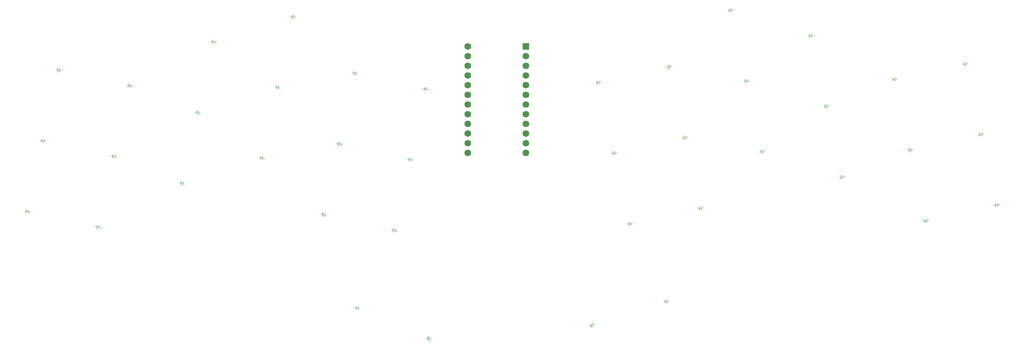
<source format=gbr>
%TF.GenerationSoftware,KiCad,Pcbnew,8.0.7*%
%TF.CreationDate,2025-03-02T16:24:29+01:00*%
%TF.ProjectId,pcb-adjusted,7063622d-6164-46a7-9573-7465642e6b69,v1.0.0*%
%TF.SameCoordinates,Original*%
%TF.FileFunction,Legend,Bot*%
%TF.FilePolarity,Positive*%
%FSLAX46Y46*%
G04 Gerber Fmt 4.6, Leading zero omitted, Abs format (unit mm)*
G04 Created by KiCad (PCBNEW 8.0.7) date 2025-03-02 16:24:29*
%MOMM*%
%LPD*%
G01*
G04 APERTURE LIST*
%ADD10C,0.100000*%
%ADD11R,1.752600X1.752600*%
%ADD12C,1.752600*%
G04 APERTURE END LIST*
D10*
%TO.C,D22*%
X335071900Y-141846672D02*
X335462423Y-141760097D01*
X335462423Y-141760097D02*
X335343379Y-141223134D01*
X335462423Y-141760097D02*
X335581456Y-142297061D01*
X335462423Y-141760097D02*
X335961624Y-141239715D01*
X335961624Y-141239715D02*
X336134775Y-142020751D01*
X336048197Y-141630233D02*
X336536346Y-141522014D01*
X336134775Y-142020751D02*
X335462423Y-141760097D01*
%TO.C,D23*%
X330959543Y-123297044D02*
X331350066Y-123210469D01*
X331350066Y-123210469D02*
X331231022Y-122673506D01*
X331350066Y-123210469D02*
X331469099Y-123747433D01*
X331350066Y-123210469D02*
X331849267Y-122690087D01*
X331849267Y-122690087D02*
X332022418Y-123471123D01*
X331935840Y-123080605D02*
X332423989Y-122972386D01*
X332022418Y-123471123D02*
X331350066Y-123210469D01*
%TO.C,D28*%
X294509627Y-134450646D02*
X294900150Y-134364071D01*
X294900150Y-134364071D02*
X294781106Y-133827108D01*
X294900150Y-134364071D02*
X295019183Y-134901035D01*
X294900150Y-134364071D02*
X295399351Y-133843689D01*
X295399351Y-133843689D02*
X295572502Y-134624725D01*
X295485924Y-134234207D02*
X295974073Y-134125988D01*
X295572502Y-134624725D02*
X294900150Y-134364071D01*
%TO.C,D10*%
X146490983Y-147779088D02*
X146881502Y-147865664D01*
X146881502Y-147865664D02*
X146762460Y-148402626D01*
X146881502Y-147865664D02*
X147000543Y-147328698D01*
X146881502Y-147865664D02*
X147553854Y-147605008D01*
X147380702Y-148386042D02*
X146881502Y-147865664D01*
X147467278Y-147995528D02*
X147955425Y-148103746D01*
X147553854Y-147605008D02*
X147380702Y-148386042D01*
%TO.C,D3*%
X93222947Y-124702775D02*
X93613466Y-124789351D01*
X93613466Y-124789351D02*
X93494424Y-125326313D01*
X93613466Y-124789351D02*
X93732507Y-124252385D01*
X93613466Y-124789351D02*
X94285818Y-124528695D01*
X94112666Y-125309729D02*
X93613466Y-124789351D01*
X94199242Y-124919215D02*
X94687389Y-125027433D01*
X94285818Y-124528695D02*
X94112666Y-125309729D01*
%TO.C,D24*%
X320634624Y-164508643D02*
X321025147Y-164422068D01*
X321025147Y-164422068D02*
X320906103Y-163885105D01*
X321025147Y-164422068D02*
X321144180Y-164959032D01*
X321025147Y-164422068D02*
X321524348Y-163901686D01*
X321524348Y-163901686D02*
X321697499Y-164682722D01*
X321610921Y-164292204D02*
X322099070Y-164183985D01*
X321697499Y-164682722D02*
X321025147Y-164422068D01*
%TO.C,D1*%
X84998246Y-161802016D02*
X85388765Y-161888592D01*
X85388765Y-161888592D02*
X85269723Y-162425554D01*
X85388765Y-161888592D02*
X85507806Y-161351626D01*
X85388765Y-161888592D02*
X86061117Y-161627936D01*
X85887965Y-162408970D02*
X85388765Y-161888592D01*
X85974541Y-162018456D02*
X86462688Y-162126674D01*
X86061117Y-161627936D02*
X85887965Y-162408970D01*
%TO.C,D13*%
X162659772Y-162630698D02*
X163050291Y-162717274D01*
X163050291Y-162717274D02*
X162931249Y-163254236D01*
X163050291Y-162717274D02*
X163169332Y-162180308D01*
X163050291Y-162717274D02*
X163722643Y-162456618D01*
X163549491Y-163237652D02*
X163050291Y-162717274D01*
X163636067Y-162847138D02*
X164124214Y-162955356D01*
X163722643Y-162456618D02*
X163549491Y-163237652D01*
%TO.C,D17*%
X185321747Y-148193428D02*
X185712266Y-148280004D01*
X185712266Y-148280004D02*
X185593224Y-148816966D01*
X185712266Y-148280004D02*
X185831307Y-147743038D01*
X185712266Y-148280004D02*
X186384618Y-148019348D01*
X186211466Y-148800382D02*
X185712266Y-148280004D01*
X186298042Y-148409868D02*
X186786189Y-148518086D01*
X186384618Y-148019348D02*
X186211466Y-148800382D01*
%TO.C,D2*%
X89110592Y-143252403D02*
X89501111Y-143338979D01*
X89501111Y-143338979D02*
X89382069Y-143875941D01*
X89501111Y-143338979D02*
X89620152Y-142802013D01*
X89501111Y-143338979D02*
X90173463Y-143078323D01*
X90000311Y-143859357D02*
X89501111Y-143338979D01*
X90086887Y-143468843D02*
X90575034Y-143577061D01*
X90173463Y-143078323D02*
X90000311Y-143859357D01*
%TO.C,D33*%
X261522713Y-161224967D02*
X261913236Y-161138392D01*
X261913236Y-161138392D02*
X261794192Y-160601429D01*
X261913236Y-161138392D02*
X262032269Y-161675356D01*
X261913236Y-161138392D02*
X262412437Y-160618010D01*
X262412437Y-160618010D02*
X262585588Y-161399046D01*
X262499010Y-161008528D02*
X262987159Y-160900309D01*
X262585588Y-161399046D02*
X261913236Y-161138392D01*
%TO.C,D20*%
X190355111Y-195019723D02*
X190709917Y-195204426D01*
X190709917Y-195204426D02*
X190455952Y-195692278D01*
X190709917Y-195204426D02*
X190963877Y-194716565D01*
X190709917Y-195204426D02*
X191426822Y-195126667D01*
X191057420Y-195836276D02*
X190709917Y-195204426D01*
X191242124Y-195481474D02*
X191685625Y-195712347D01*
X191426822Y-195126667D02*
X191057420Y-195836276D01*
%TO.C,D27*%
X298621972Y-153000266D02*
X299012495Y-152913691D01*
X299012495Y-152913691D02*
X298893451Y-152376728D01*
X299012495Y-152913691D02*
X299131528Y-153450655D01*
X299012495Y-152913691D02*
X299511696Y-152393309D01*
X299511696Y-152393309D02*
X299684847Y-153174345D01*
X299598269Y-152783827D02*
X300086418Y-152675608D01*
X299684847Y-153174345D02*
X299012495Y-152913691D01*
%TO.C,D11*%
X150603338Y-129229459D02*
X150993857Y-129316035D01*
X150993857Y-129316035D02*
X150874815Y-129852997D01*
X150993857Y-129316035D02*
X151112898Y-128779069D01*
X150993857Y-129316035D02*
X151666209Y-129055379D01*
X151493057Y-129836413D02*
X150993857Y-129316035D01*
X151579633Y-129445899D02*
X152067780Y-129554117D01*
X151666209Y-129055379D02*
X151493057Y-129836413D01*
%TO.C,D32*%
X269466809Y-109274114D02*
X269857332Y-109187539D01*
X269857332Y-109187539D02*
X269738288Y-108650576D01*
X269857332Y-109187539D02*
X269976365Y-109724503D01*
X269857332Y-109187539D02*
X270356533Y-108667157D01*
X270356533Y-108667157D02*
X270529684Y-109448193D01*
X270443106Y-109057675D02*
X270931255Y-108949456D01*
X270529684Y-109448193D02*
X269857332Y-109187539D01*
%TO.C,D38*%
X234748391Y-128238066D02*
X235138914Y-128151491D01*
X235138914Y-128151491D02*
X235019870Y-127614528D01*
X235138914Y-128151491D02*
X235257947Y-128688455D01*
X235138914Y-128151491D02*
X235638115Y-127631109D01*
X235638115Y-127631109D02*
X235811266Y-128412145D01*
X235724688Y-128021627D02*
X236212837Y-127913408D01*
X235811266Y-128412145D02*
X235138914Y-128151491D01*
%TO.C,D12*%
X154715683Y-110679838D02*
X155106202Y-110766414D01*
X155106202Y-110766414D02*
X154987160Y-111303376D01*
X155106202Y-110766414D02*
X155225243Y-110229448D01*
X155106202Y-110766414D02*
X155778554Y-110505758D01*
X155605402Y-111286792D02*
X155106202Y-110766414D01*
X155691978Y-110896278D02*
X156180125Y-111004496D01*
X155778554Y-110505758D02*
X155605402Y-111286792D01*
%TO.C,D26*%
X312409916Y-127409399D02*
X312800439Y-127322824D01*
X312800439Y-127322824D02*
X312681395Y-126785861D01*
X312800439Y-127322824D02*
X312919472Y-127859788D01*
X312800439Y-127322824D02*
X313299640Y-126802442D01*
X313299640Y-126802442D02*
X313472791Y-127583478D01*
X313386213Y-127192960D02*
X313874362Y-127084741D01*
X313472791Y-127583478D02*
X312800439Y-127322824D01*
%TO.C,D7*%
X125560520Y-154405987D02*
X125951039Y-154492563D01*
X125951039Y-154492563D02*
X125831997Y-155029525D01*
X125951039Y-154492563D02*
X126070080Y-153955597D01*
X125951039Y-154492563D02*
X126623391Y-154231907D01*
X126450239Y-155012941D02*
X125951039Y-154492563D01*
X126536815Y-154622427D02*
X127024962Y-154730645D01*
X126623391Y-154231907D02*
X126450239Y-155012941D01*
%TO.C,D8*%
X129672879Y-135856368D02*
X130063398Y-135942944D01*
X130063398Y-135942944D02*
X129944356Y-136479906D01*
X130063398Y-135942944D02*
X130182439Y-135405978D01*
X130063398Y-135942944D02*
X130735750Y-135682288D01*
X130562598Y-136463322D02*
X130063398Y-135942944D01*
X130649174Y-136072808D02*
X131137321Y-136181026D01*
X130735750Y-135682288D02*
X130562598Y-136463322D01*
%TO.C,D37*%
X238860748Y-146787703D02*
X239251271Y-146701128D01*
X239251271Y-146701128D02*
X239132227Y-146164165D01*
X239251271Y-146701128D02*
X239370304Y-147238092D01*
X239251271Y-146701128D02*
X239750472Y-146180746D01*
X239750472Y-146180746D02*
X239923623Y-146961782D01*
X239837045Y-146571264D02*
X240325194Y-146463045D01*
X239923623Y-146961782D02*
X239251271Y-146701128D01*
%TO.C,D34*%
X257410366Y-142675341D02*
X257800889Y-142588766D01*
X257800889Y-142588766D02*
X257681845Y-142051803D01*
X257800889Y-142588766D02*
X257919922Y-143125730D01*
X257800889Y-142588766D02*
X258300090Y-142068384D01*
X258300090Y-142068384D02*
X258473241Y-142849420D01*
X258386663Y-142458902D02*
X258874812Y-142350683D01*
X258473241Y-142849420D02*
X257800889Y-142588766D01*
%TO.C,D16*%
X181209398Y-166743046D02*
X181599917Y-166829622D01*
X181599917Y-166829622D02*
X181480875Y-167366584D01*
X181599917Y-166829622D02*
X181718958Y-166292656D01*
X181599917Y-166829622D02*
X182272269Y-166568966D01*
X182099117Y-167350000D02*
X181599917Y-166829622D01*
X182185693Y-166959486D02*
X182673840Y-167067704D01*
X182272269Y-166568966D02*
X182099117Y-167350000D01*
%TO.C,D18*%
X189434101Y-129643798D02*
X189824620Y-129730374D01*
X189824620Y-129730374D02*
X189705578Y-130267336D01*
X189824620Y-129730374D02*
X189943661Y-129193408D01*
X189824620Y-129730374D02*
X190496972Y-129469718D01*
X190323820Y-130250752D02*
X189824620Y-129730374D01*
X190410396Y-129860238D02*
X190898543Y-129968456D01*
X190496972Y-129469718D02*
X190323820Y-130250752D01*
%TO.C,D21*%
X339184242Y-160396297D02*
X339574765Y-160309722D01*
X339574765Y-160309722D02*
X339455721Y-159772759D01*
X339574765Y-160309722D02*
X339693798Y-160846686D01*
X339574765Y-160309722D02*
X340073966Y-159789340D01*
X340073966Y-159789340D02*
X340247117Y-160570376D01*
X340160539Y-160179858D02*
X340648688Y-160071639D01*
X340247117Y-160570376D02*
X339574765Y-160309722D01*
%TO.C,D39*%
X252616243Y-185733630D02*
X253006766Y-185647055D01*
X253006766Y-185647055D02*
X252887722Y-185110092D01*
X253006766Y-185647055D02*
X253125799Y-186184019D01*
X253006766Y-185647055D02*
X253505967Y-185126673D01*
X253505967Y-185126673D02*
X253679118Y-185907709D01*
X253592540Y-185517191D02*
X254080689Y-185408972D01*
X253679118Y-185907709D02*
X253006766Y-185647055D01*
%TO.C,D9*%
X133785230Y-117306737D02*
X134175749Y-117393313D01*
X134175749Y-117393313D02*
X134056707Y-117930275D01*
X134175749Y-117393313D02*
X134294790Y-116856347D01*
X134175749Y-117393313D02*
X134848101Y-117132657D01*
X134674949Y-117913691D02*
X134175749Y-117393313D01*
X134761525Y-117523177D02*
X135249672Y-117631395D01*
X134848101Y-117132657D02*
X134674949Y-117913691D01*
%TO.C,D15*%
X170884478Y-125531443D02*
X171274997Y-125618019D01*
X171274997Y-125618019D02*
X171155955Y-126154981D01*
X171274997Y-125618019D02*
X171394038Y-125081053D01*
X171274997Y-125618019D02*
X171947349Y-125357363D01*
X171774197Y-126138397D02*
X171274997Y-125618019D01*
X171860773Y-125747883D02*
X172348920Y-125856101D01*
X171947349Y-125357363D02*
X171774197Y-126138397D01*
%TO.C,D4*%
X103547861Y-165914372D02*
X103938380Y-166000948D01*
X103938380Y-166000948D02*
X103819338Y-166537910D01*
X103938380Y-166000948D02*
X104057421Y-165463982D01*
X103938380Y-166000948D02*
X104610732Y-165740292D01*
X104437580Y-166521326D02*
X103938380Y-166000948D01*
X104524156Y-166130812D02*
X105012303Y-166239030D01*
X104610732Y-165740292D02*
X104437580Y-166521326D01*
%TO.C,D35*%
X253298023Y-124125719D02*
X253688546Y-124039144D01*
X253688546Y-124039144D02*
X253569502Y-123502181D01*
X253688546Y-124039144D02*
X253807579Y-124576108D01*
X253688546Y-124039144D02*
X254187747Y-123518762D01*
X254187747Y-123518762D02*
X254360898Y-124299798D01*
X254274320Y-123909280D02*
X254762469Y-123801061D01*
X254360898Y-124299798D02*
X253688546Y-124039144D01*
%TO.C,D40*%
X233167077Y-192107310D02*
X233521881Y-191922610D01*
X233521881Y-191922610D02*
X233267918Y-191434754D01*
X233521881Y-191922610D02*
X233775843Y-192410468D01*
X233521881Y-191922610D02*
X233869388Y-191290757D01*
X233869388Y-191290757D02*
X234238787Y-192000370D01*
X234054086Y-191645561D02*
X234497591Y-191414688D01*
X234238787Y-192000370D02*
X233521881Y-191922610D01*
%TO.C,D6*%
X111772574Y-128815121D02*
X112163093Y-128901697D01*
X112163093Y-128901697D02*
X112044051Y-129438659D01*
X112163093Y-128901697D02*
X112282134Y-128364731D01*
X112163093Y-128901697D02*
X112835445Y-128641041D01*
X112662293Y-129422075D02*
X112163093Y-128901697D01*
X112748869Y-129031561D02*
X113237016Y-129139779D01*
X112835445Y-128641041D02*
X112662293Y-129422075D01*
%TO.C,D19*%
X171566233Y-187139352D02*
X171956752Y-187225928D01*
X171956752Y-187225928D02*
X171837710Y-187762890D01*
X171956752Y-187225928D02*
X172075793Y-186688962D01*
X171956752Y-187225928D02*
X172629104Y-186965272D01*
X172455952Y-187746306D02*
X171956752Y-187225928D01*
X172542528Y-187355792D02*
X173030675Y-187464010D01*
X172629104Y-186965272D02*
X172455952Y-187746306D01*
%TO.C,D5*%
X107660210Y-147364742D02*
X108050729Y-147451318D01*
X108050729Y-147451318D02*
X107931687Y-147988280D01*
X108050729Y-147451318D02*
X108169770Y-146914352D01*
X108050729Y-147451318D02*
X108723081Y-147190662D01*
X108549929Y-147971696D02*
X108050729Y-147451318D01*
X108636505Y-147581182D02*
X109124652Y-147689400D01*
X108723081Y-147190662D02*
X108549929Y-147971696D01*
%TO.C,D30*%
X277691507Y-146373358D02*
X278082030Y-146286783D01*
X278082030Y-146286783D02*
X277962986Y-145749820D01*
X278082030Y-146286783D02*
X278201063Y-146823747D01*
X278082030Y-146286783D02*
X278581231Y-145766401D01*
X278581231Y-145766401D02*
X278754382Y-146547437D01*
X278667804Y-146156919D02*
X279155953Y-146048700D01*
X278754382Y-146547437D02*
X278082030Y-146286783D01*
%TO.C,D14*%
X166772125Y-144081069D02*
X167162644Y-144167645D01*
X167162644Y-144167645D02*
X167043602Y-144704607D01*
X167162644Y-144167645D02*
X167281685Y-143630679D01*
X167162644Y-144167645D02*
X167834996Y-143906989D01*
X167661844Y-144688023D02*
X167162644Y-144167645D01*
X167748420Y-144297509D02*
X168236567Y-144405727D01*
X167834996Y-143906989D02*
X167661844Y-144688023D01*
%TO.C,D25*%
X316522272Y-145959026D02*
X316912795Y-145872451D01*
X316912795Y-145872451D02*
X316793751Y-145335488D01*
X316912795Y-145872451D02*
X317031828Y-146409415D01*
X316912795Y-145872451D02*
X317411996Y-145352069D01*
X317411996Y-145352069D02*
X317585147Y-146133105D01*
X317498569Y-145742587D02*
X317986718Y-145634368D01*
X317585147Y-146133105D02*
X316912795Y-145872451D01*
%TO.C,D31*%
X273579156Y-127823739D02*
X273969679Y-127737164D01*
X273969679Y-127737164D02*
X273850635Y-127200201D01*
X273969679Y-127737164D02*
X274088712Y-128274128D01*
X273969679Y-127737164D02*
X274468880Y-127216782D01*
X274468880Y-127216782D02*
X274642031Y-127997818D01*
X274555453Y-127607300D02*
X275043602Y-127499081D01*
X274642031Y-127997818D02*
X273969679Y-127737164D01*
%TO.C,D29*%
X290397261Y-115901017D02*
X290787784Y-115814442D01*
X290787784Y-115814442D02*
X290668740Y-115277479D01*
X290787784Y-115814442D02*
X290906817Y-116351406D01*
X290787784Y-115814442D02*
X291286985Y-115294060D01*
X291286985Y-115294060D02*
X291460136Y-116075096D01*
X291373558Y-115684578D02*
X291861707Y-115576359D01*
X291460136Y-116075096D02*
X290787784Y-115814442D01*
%TO.C,D36*%
X242973088Y-165337314D02*
X243363611Y-165250739D01*
X243363611Y-165250739D02*
X243244567Y-164713776D01*
X243363611Y-165250739D02*
X243482644Y-165787703D01*
X243363611Y-165250739D02*
X243862812Y-164730357D01*
X243862812Y-164730357D02*
X244035963Y-165511393D01*
X243949385Y-165120875D02*
X244437534Y-165012656D01*
X244035963Y-165511393D02*
X243363611Y-165250739D01*
%TD*%
D11*
%TO.C,MCU1*%
X216500300Y-118659992D03*
D12*
X216500298Y-121199993D03*
X216500301Y-123739998D03*
X216500300Y-126279994D03*
X216500301Y-128819995D03*
X216500302Y-131359994D03*
X216500300Y-133899993D03*
X216500300Y-136439995D03*
X216500300Y-138979994D03*
X216500300Y-141519994D03*
X216500300Y-144059994D03*
X216500301Y-146599995D03*
X201260299Y-118659993D03*
X201260300Y-121199994D03*
X201260300Y-123739994D03*
X201260300Y-126279994D03*
X201260300Y-128819993D03*
X201260300Y-131359995D03*
X201260298Y-133899994D03*
X201260299Y-136439993D03*
X201260300Y-138979994D03*
X201260299Y-141519990D03*
X201260302Y-144059995D03*
X201260300Y-146599996D03*
%TD*%
M02*

</source>
